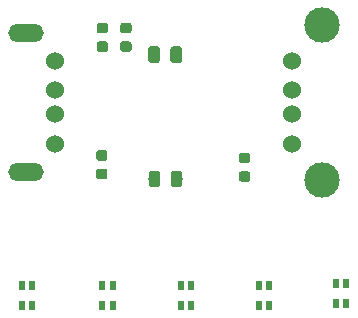
<source format=gbr>
G04 #@! TF.GenerationSoftware,KiCad,Pcbnew,(5.1.2)-1*
G04 #@! TF.CreationDate,2024-04-02T23:01:08+09:00*
G04 #@! TF.ProjectId,uf,75662e6b-6963-4616-945f-706362585858,v1.0*
G04 #@! TF.SameCoordinates,Original*
G04 #@! TF.FileFunction,Paste,Top*
G04 #@! TF.FilePolarity,Positive*
%FSLAX46Y46*%
G04 Gerber Fmt 4.6, Leading zero omitted, Abs format (unit mm)*
G04 Created by KiCad (PCBNEW (5.1.2)-1) date 2024-04-02 23:01:08*
%MOMM*%
%LPD*%
G04 APERTURE LIST*
%ADD10C,0.100000*%
%ADD11C,0.975000*%
%ADD12C,0.875000*%
%ADD13O,3.000000X1.500000*%
%ADD14C,1.524000*%
%ADD15C,3.000000*%
%ADD16C,0.510000*%
G04 APERTURE END LIST*
D10*
G36*
X144025142Y-113771174D02*
G01*
X144048803Y-113774684D01*
X144072007Y-113780496D01*
X144094529Y-113788554D01*
X144116153Y-113798782D01*
X144136670Y-113811079D01*
X144155883Y-113825329D01*
X144173607Y-113841393D01*
X144189671Y-113859117D01*
X144203921Y-113878330D01*
X144216218Y-113898847D01*
X144226446Y-113920471D01*
X144234504Y-113942993D01*
X144240316Y-113966197D01*
X144243826Y-113989858D01*
X144245000Y-114013750D01*
X144245000Y-114926250D01*
X144243826Y-114950142D01*
X144240316Y-114973803D01*
X144234504Y-114997007D01*
X144226446Y-115019529D01*
X144216218Y-115041153D01*
X144203921Y-115061670D01*
X144189671Y-115080883D01*
X144173607Y-115098607D01*
X144155883Y-115114671D01*
X144136670Y-115128921D01*
X144116153Y-115141218D01*
X144094529Y-115151446D01*
X144072007Y-115159504D01*
X144048803Y-115165316D01*
X144025142Y-115168826D01*
X144001250Y-115170000D01*
X143513750Y-115170000D01*
X143489858Y-115168826D01*
X143466197Y-115165316D01*
X143442993Y-115159504D01*
X143420471Y-115151446D01*
X143398847Y-115141218D01*
X143378330Y-115128921D01*
X143359117Y-115114671D01*
X143341393Y-115098607D01*
X143325329Y-115080883D01*
X143311079Y-115061670D01*
X143298782Y-115041153D01*
X143288554Y-115019529D01*
X143280496Y-114997007D01*
X143274684Y-114973803D01*
X143271174Y-114950142D01*
X143270000Y-114926250D01*
X143270000Y-114013750D01*
X143271174Y-113989858D01*
X143274684Y-113966197D01*
X143280496Y-113942993D01*
X143288554Y-113920471D01*
X143298782Y-113898847D01*
X143311079Y-113878330D01*
X143325329Y-113859117D01*
X143341393Y-113841393D01*
X143359117Y-113825329D01*
X143378330Y-113811079D01*
X143398847Y-113798782D01*
X143420471Y-113788554D01*
X143442993Y-113780496D01*
X143466197Y-113774684D01*
X143489858Y-113771174D01*
X143513750Y-113770000D01*
X144001250Y-113770000D01*
X144025142Y-113771174D01*
X144025142Y-113771174D01*
G37*
D11*
X143757500Y-114470000D03*
D10*
G36*
X142150142Y-113771174D02*
G01*
X142173803Y-113774684D01*
X142197007Y-113780496D01*
X142219529Y-113788554D01*
X142241153Y-113798782D01*
X142261670Y-113811079D01*
X142280883Y-113825329D01*
X142298607Y-113841393D01*
X142314671Y-113859117D01*
X142328921Y-113878330D01*
X142341218Y-113898847D01*
X142351446Y-113920471D01*
X142359504Y-113942993D01*
X142365316Y-113966197D01*
X142368826Y-113989858D01*
X142370000Y-114013750D01*
X142370000Y-114926250D01*
X142368826Y-114950142D01*
X142365316Y-114973803D01*
X142359504Y-114997007D01*
X142351446Y-115019529D01*
X142341218Y-115041153D01*
X142328921Y-115061670D01*
X142314671Y-115080883D01*
X142298607Y-115098607D01*
X142280883Y-115114671D01*
X142261670Y-115128921D01*
X142241153Y-115141218D01*
X142219529Y-115151446D01*
X142197007Y-115159504D01*
X142173803Y-115165316D01*
X142150142Y-115168826D01*
X142126250Y-115170000D01*
X141638750Y-115170000D01*
X141614858Y-115168826D01*
X141591197Y-115165316D01*
X141567993Y-115159504D01*
X141545471Y-115151446D01*
X141523847Y-115141218D01*
X141503330Y-115128921D01*
X141484117Y-115114671D01*
X141466393Y-115098607D01*
X141450329Y-115080883D01*
X141436079Y-115061670D01*
X141423782Y-115041153D01*
X141413554Y-115019529D01*
X141405496Y-114997007D01*
X141399684Y-114973803D01*
X141396174Y-114950142D01*
X141395000Y-114926250D01*
X141395000Y-114013750D01*
X141396174Y-113989858D01*
X141399684Y-113966197D01*
X141405496Y-113942993D01*
X141413554Y-113920471D01*
X141423782Y-113898847D01*
X141436079Y-113878330D01*
X141450329Y-113859117D01*
X141466393Y-113841393D01*
X141484117Y-113825329D01*
X141503330Y-113811079D01*
X141523847Y-113798782D01*
X141545471Y-113788554D01*
X141567993Y-113780496D01*
X141591197Y-113774684D01*
X141614858Y-113771174D01*
X141638750Y-113770000D01*
X142126250Y-113770000D01*
X142150142Y-113771174D01*
X142150142Y-113771174D01*
G37*
D11*
X141882500Y-114470000D03*
D10*
G36*
X139777691Y-111776053D02*
G01*
X139798926Y-111779203D01*
X139819750Y-111784419D01*
X139839962Y-111791651D01*
X139859368Y-111800830D01*
X139877781Y-111811866D01*
X139895024Y-111824654D01*
X139910930Y-111839070D01*
X139925346Y-111854976D01*
X139938134Y-111872219D01*
X139949170Y-111890632D01*
X139958349Y-111910038D01*
X139965581Y-111930250D01*
X139970797Y-111951074D01*
X139973947Y-111972309D01*
X139975000Y-111993750D01*
X139975000Y-112431250D01*
X139973947Y-112452691D01*
X139970797Y-112473926D01*
X139965581Y-112494750D01*
X139958349Y-112514962D01*
X139949170Y-112534368D01*
X139938134Y-112552781D01*
X139925346Y-112570024D01*
X139910930Y-112585930D01*
X139895024Y-112600346D01*
X139877781Y-112613134D01*
X139859368Y-112624170D01*
X139839962Y-112633349D01*
X139819750Y-112640581D01*
X139798926Y-112645797D01*
X139777691Y-112648947D01*
X139756250Y-112650000D01*
X139243750Y-112650000D01*
X139222309Y-112648947D01*
X139201074Y-112645797D01*
X139180250Y-112640581D01*
X139160038Y-112633349D01*
X139140632Y-112624170D01*
X139122219Y-112613134D01*
X139104976Y-112600346D01*
X139089070Y-112585930D01*
X139074654Y-112570024D01*
X139061866Y-112552781D01*
X139050830Y-112534368D01*
X139041651Y-112514962D01*
X139034419Y-112494750D01*
X139029203Y-112473926D01*
X139026053Y-112452691D01*
X139025000Y-112431250D01*
X139025000Y-111993750D01*
X139026053Y-111972309D01*
X139029203Y-111951074D01*
X139034419Y-111930250D01*
X139041651Y-111910038D01*
X139050830Y-111890632D01*
X139061866Y-111872219D01*
X139074654Y-111854976D01*
X139089070Y-111839070D01*
X139104976Y-111824654D01*
X139122219Y-111811866D01*
X139140632Y-111800830D01*
X139160038Y-111791651D01*
X139180250Y-111784419D01*
X139201074Y-111779203D01*
X139222309Y-111776053D01*
X139243750Y-111775000D01*
X139756250Y-111775000D01*
X139777691Y-111776053D01*
X139777691Y-111776053D01*
G37*
D12*
X139500000Y-112212500D03*
D10*
G36*
X139777691Y-113351053D02*
G01*
X139798926Y-113354203D01*
X139819750Y-113359419D01*
X139839962Y-113366651D01*
X139859368Y-113375830D01*
X139877781Y-113386866D01*
X139895024Y-113399654D01*
X139910930Y-113414070D01*
X139925346Y-113429976D01*
X139938134Y-113447219D01*
X139949170Y-113465632D01*
X139958349Y-113485038D01*
X139965581Y-113505250D01*
X139970797Y-113526074D01*
X139973947Y-113547309D01*
X139975000Y-113568750D01*
X139975000Y-114006250D01*
X139973947Y-114027691D01*
X139970797Y-114048926D01*
X139965581Y-114069750D01*
X139958349Y-114089962D01*
X139949170Y-114109368D01*
X139938134Y-114127781D01*
X139925346Y-114145024D01*
X139910930Y-114160930D01*
X139895024Y-114175346D01*
X139877781Y-114188134D01*
X139859368Y-114199170D01*
X139839962Y-114208349D01*
X139819750Y-114215581D01*
X139798926Y-114220797D01*
X139777691Y-114223947D01*
X139756250Y-114225000D01*
X139243750Y-114225000D01*
X139222309Y-114223947D01*
X139201074Y-114220797D01*
X139180250Y-114215581D01*
X139160038Y-114208349D01*
X139140632Y-114199170D01*
X139122219Y-114188134D01*
X139104976Y-114175346D01*
X139089070Y-114160930D01*
X139074654Y-114145024D01*
X139061866Y-114127781D01*
X139050830Y-114109368D01*
X139041651Y-114089962D01*
X139034419Y-114069750D01*
X139029203Y-114048926D01*
X139026053Y-114027691D01*
X139025000Y-114006250D01*
X139025000Y-113568750D01*
X139026053Y-113547309D01*
X139029203Y-113526074D01*
X139034419Y-113505250D01*
X139041651Y-113485038D01*
X139050830Y-113465632D01*
X139061866Y-113447219D01*
X139074654Y-113429976D01*
X139089070Y-113414070D01*
X139104976Y-113399654D01*
X139122219Y-113386866D01*
X139140632Y-113375830D01*
X139160038Y-113366651D01*
X139180250Y-113359419D01*
X139201074Y-113354203D01*
X139222309Y-113351053D01*
X139243750Y-113350000D01*
X139756250Y-113350000D01*
X139777691Y-113351053D01*
X139777691Y-113351053D01*
G37*
D12*
X139500000Y-113787500D03*
D10*
G36*
X142180142Y-124281174D02*
G01*
X142203803Y-124284684D01*
X142227007Y-124290496D01*
X142249529Y-124298554D01*
X142271153Y-124308782D01*
X142291670Y-124321079D01*
X142310883Y-124335329D01*
X142328607Y-124351393D01*
X142344671Y-124369117D01*
X142358921Y-124388330D01*
X142371218Y-124408847D01*
X142381446Y-124430471D01*
X142389504Y-124452993D01*
X142395316Y-124476197D01*
X142398826Y-124499858D01*
X142400000Y-124523750D01*
X142400000Y-125436250D01*
X142398826Y-125460142D01*
X142395316Y-125483803D01*
X142389504Y-125507007D01*
X142381446Y-125529529D01*
X142371218Y-125551153D01*
X142358921Y-125571670D01*
X142344671Y-125590883D01*
X142328607Y-125608607D01*
X142310883Y-125624671D01*
X142291670Y-125638921D01*
X142271153Y-125651218D01*
X142249529Y-125661446D01*
X142227007Y-125669504D01*
X142203803Y-125675316D01*
X142180142Y-125678826D01*
X142156250Y-125680000D01*
X141668750Y-125680000D01*
X141644858Y-125678826D01*
X141621197Y-125675316D01*
X141597993Y-125669504D01*
X141575471Y-125661446D01*
X141553847Y-125651218D01*
X141533330Y-125638921D01*
X141514117Y-125624671D01*
X141496393Y-125608607D01*
X141480329Y-125590883D01*
X141466079Y-125571670D01*
X141453782Y-125551153D01*
X141443554Y-125529529D01*
X141435496Y-125507007D01*
X141429684Y-125483803D01*
X141426174Y-125460142D01*
X141425000Y-125436250D01*
X141425000Y-124523750D01*
X141426174Y-124499858D01*
X141429684Y-124476197D01*
X141435496Y-124452993D01*
X141443554Y-124430471D01*
X141453782Y-124408847D01*
X141466079Y-124388330D01*
X141480329Y-124369117D01*
X141496393Y-124351393D01*
X141514117Y-124335329D01*
X141533330Y-124321079D01*
X141553847Y-124308782D01*
X141575471Y-124298554D01*
X141597993Y-124290496D01*
X141621197Y-124284684D01*
X141644858Y-124281174D01*
X141668750Y-124280000D01*
X142156250Y-124280000D01*
X142180142Y-124281174D01*
X142180142Y-124281174D01*
G37*
D11*
X141912500Y-124980000D03*
D10*
G36*
X144055142Y-124281174D02*
G01*
X144078803Y-124284684D01*
X144102007Y-124290496D01*
X144124529Y-124298554D01*
X144146153Y-124308782D01*
X144166670Y-124321079D01*
X144185883Y-124335329D01*
X144203607Y-124351393D01*
X144219671Y-124369117D01*
X144233921Y-124388330D01*
X144246218Y-124408847D01*
X144256446Y-124430471D01*
X144264504Y-124452993D01*
X144270316Y-124476197D01*
X144273826Y-124499858D01*
X144275000Y-124523750D01*
X144275000Y-125436250D01*
X144273826Y-125460142D01*
X144270316Y-125483803D01*
X144264504Y-125507007D01*
X144256446Y-125529529D01*
X144246218Y-125551153D01*
X144233921Y-125571670D01*
X144219671Y-125590883D01*
X144203607Y-125608607D01*
X144185883Y-125624671D01*
X144166670Y-125638921D01*
X144146153Y-125651218D01*
X144124529Y-125661446D01*
X144102007Y-125669504D01*
X144078803Y-125675316D01*
X144055142Y-125678826D01*
X144031250Y-125680000D01*
X143543750Y-125680000D01*
X143519858Y-125678826D01*
X143496197Y-125675316D01*
X143472993Y-125669504D01*
X143450471Y-125661446D01*
X143428847Y-125651218D01*
X143408330Y-125638921D01*
X143389117Y-125624671D01*
X143371393Y-125608607D01*
X143355329Y-125590883D01*
X143341079Y-125571670D01*
X143328782Y-125551153D01*
X143318554Y-125529529D01*
X143310496Y-125507007D01*
X143304684Y-125483803D01*
X143301174Y-125460142D01*
X143300000Y-125436250D01*
X143300000Y-124523750D01*
X143301174Y-124499858D01*
X143304684Y-124476197D01*
X143310496Y-124452993D01*
X143318554Y-124430471D01*
X143328782Y-124408847D01*
X143341079Y-124388330D01*
X143355329Y-124369117D01*
X143371393Y-124351393D01*
X143389117Y-124335329D01*
X143408330Y-124321079D01*
X143428847Y-124308782D01*
X143450471Y-124298554D01*
X143472993Y-124290496D01*
X143496197Y-124284684D01*
X143519858Y-124281174D01*
X143543750Y-124280000D01*
X144031250Y-124280000D01*
X144055142Y-124281174D01*
X144055142Y-124281174D01*
G37*
D11*
X143787500Y-124980000D03*
D10*
G36*
X137777691Y-111776053D02*
G01*
X137798926Y-111779203D01*
X137819750Y-111784419D01*
X137839962Y-111791651D01*
X137859368Y-111800830D01*
X137877781Y-111811866D01*
X137895024Y-111824654D01*
X137910930Y-111839070D01*
X137925346Y-111854976D01*
X137938134Y-111872219D01*
X137949170Y-111890632D01*
X137958349Y-111910038D01*
X137965581Y-111930250D01*
X137970797Y-111951074D01*
X137973947Y-111972309D01*
X137975000Y-111993750D01*
X137975000Y-112431250D01*
X137973947Y-112452691D01*
X137970797Y-112473926D01*
X137965581Y-112494750D01*
X137958349Y-112514962D01*
X137949170Y-112534368D01*
X137938134Y-112552781D01*
X137925346Y-112570024D01*
X137910930Y-112585930D01*
X137895024Y-112600346D01*
X137877781Y-112613134D01*
X137859368Y-112624170D01*
X137839962Y-112633349D01*
X137819750Y-112640581D01*
X137798926Y-112645797D01*
X137777691Y-112648947D01*
X137756250Y-112650000D01*
X137243750Y-112650000D01*
X137222309Y-112648947D01*
X137201074Y-112645797D01*
X137180250Y-112640581D01*
X137160038Y-112633349D01*
X137140632Y-112624170D01*
X137122219Y-112613134D01*
X137104976Y-112600346D01*
X137089070Y-112585930D01*
X137074654Y-112570024D01*
X137061866Y-112552781D01*
X137050830Y-112534368D01*
X137041651Y-112514962D01*
X137034419Y-112494750D01*
X137029203Y-112473926D01*
X137026053Y-112452691D01*
X137025000Y-112431250D01*
X137025000Y-111993750D01*
X137026053Y-111972309D01*
X137029203Y-111951074D01*
X137034419Y-111930250D01*
X137041651Y-111910038D01*
X137050830Y-111890632D01*
X137061866Y-111872219D01*
X137074654Y-111854976D01*
X137089070Y-111839070D01*
X137104976Y-111824654D01*
X137122219Y-111811866D01*
X137140632Y-111800830D01*
X137160038Y-111791651D01*
X137180250Y-111784419D01*
X137201074Y-111779203D01*
X137222309Y-111776053D01*
X137243750Y-111775000D01*
X137756250Y-111775000D01*
X137777691Y-111776053D01*
X137777691Y-111776053D01*
G37*
D12*
X137500000Y-112212500D03*
D10*
G36*
X137777691Y-113351053D02*
G01*
X137798926Y-113354203D01*
X137819750Y-113359419D01*
X137839962Y-113366651D01*
X137859368Y-113375830D01*
X137877781Y-113386866D01*
X137895024Y-113399654D01*
X137910930Y-113414070D01*
X137925346Y-113429976D01*
X137938134Y-113447219D01*
X137949170Y-113465632D01*
X137958349Y-113485038D01*
X137965581Y-113505250D01*
X137970797Y-113526074D01*
X137973947Y-113547309D01*
X137975000Y-113568750D01*
X137975000Y-114006250D01*
X137973947Y-114027691D01*
X137970797Y-114048926D01*
X137965581Y-114069750D01*
X137958349Y-114089962D01*
X137949170Y-114109368D01*
X137938134Y-114127781D01*
X137925346Y-114145024D01*
X137910930Y-114160930D01*
X137895024Y-114175346D01*
X137877781Y-114188134D01*
X137859368Y-114199170D01*
X137839962Y-114208349D01*
X137819750Y-114215581D01*
X137798926Y-114220797D01*
X137777691Y-114223947D01*
X137756250Y-114225000D01*
X137243750Y-114225000D01*
X137222309Y-114223947D01*
X137201074Y-114220797D01*
X137180250Y-114215581D01*
X137160038Y-114208349D01*
X137140632Y-114199170D01*
X137122219Y-114188134D01*
X137104976Y-114175346D01*
X137089070Y-114160930D01*
X137074654Y-114145024D01*
X137061866Y-114127781D01*
X137050830Y-114109368D01*
X137041651Y-114089962D01*
X137034419Y-114069750D01*
X137029203Y-114048926D01*
X137026053Y-114027691D01*
X137025000Y-114006250D01*
X137025000Y-113568750D01*
X137026053Y-113547309D01*
X137029203Y-113526074D01*
X137034419Y-113505250D01*
X137041651Y-113485038D01*
X137050830Y-113465632D01*
X137061866Y-113447219D01*
X137074654Y-113429976D01*
X137089070Y-113414070D01*
X137104976Y-113399654D01*
X137122219Y-113386866D01*
X137140632Y-113375830D01*
X137160038Y-113366651D01*
X137180250Y-113359419D01*
X137201074Y-113354203D01*
X137222309Y-113351053D01*
X137243750Y-113350000D01*
X137756250Y-113350000D01*
X137777691Y-113351053D01*
X137777691Y-113351053D01*
G37*
D12*
X137500000Y-113787500D03*
D13*
X131060000Y-124400000D03*
X131060000Y-112600000D03*
D14*
X133460000Y-115000000D03*
X133460000Y-117500000D03*
X133460000Y-119500000D03*
X133460000Y-122000000D03*
D15*
X156140000Y-111930000D03*
X156140000Y-125070000D03*
D14*
X153540000Y-115000000D03*
X153540000Y-117500000D03*
X153540000Y-119500000D03*
X153540000Y-122000000D03*
D10*
G36*
X158366999Y-133465123D02*
G01*
X158369475Y-133465490D01*
X158371902Y-133466098D01*
X158374258Y-133466941D01*
X158376521Y-133468011D01*
X158378667Y-133469298D01*
X158380677Y-133470788D01*
X158382531Y-133472469D01*
X158384212Y-133474323D01*
X158385702Y-133476333D01*
X158386989Y-133478479D01*
X158388059Y-133480742D01*
X158388902Y-133483098D01*
X158389510Y-133485525D01*
X158389877Y-133488001D01*
X158390000Y-133490500D01*
X158390000Y-134199500D01*
X158389877Y-134201999D01*
X158389510Y-134204475D01*
X158388902Y-134206902D01*
X158388059Y-134209258D01*
X158386989Y-134211521D01*
X158385702Y-134213667D01*
X158384212Y-134215677D01*
X158382531Y-134217531D01*
X158380677Y-134219212D01*
X158378667Y-134220702D01*
X158376521Y-134221989D01*
X158374258Y-134223059D01*
X158371902Y-134223902D01*
X158369475Y-134224510D01*
X158366999Y-134224877D01*
X158364500Y-134225000D01*
X157905500Y-134225000D01*
X157903001Y-134224877D01*
X157900525Y-134224510D01*
X157898098Y-134223902D01*
X157895742Y-134223059D01*
X157893479Y-134221989D01*
X157891333Y-134220702D01*
X157889323Y-134219212D01*
X157887469Y-134217531D01*
X157885788Y-134215677D01*
X157884298Y-134213667D01*
X157883011Y-134211521D01*
X157881941Y-134209258D01*
X157881098Y-134206902D01*
X157880490Y-134204475D01*
X157880123Y-134201999D01*
X157880000Y-134199500D01*
X157880000Y-133490500D01*
X157880123Y-133488001D01*
X157880490Y-133485525D01*
X157881098Y-133483098D01*
X157881941Y-133480742D01*
X157883011Y-133478479D01*
X157884298Y-133476333D01*
X157885788Y-133474323D01*
X157887469Y-133472469D01*
X157889323Y-133470788D01*
X157891333Y-133469298D01*
X157893479Y-133468011D01*
X157895742Y-133466941D01*
X157898098Y-133466098D01*
X157900525Y-133465490D01*
X157903001Y-133465123D01*
X157905500Y-133465000D01*
X158364500Y-133465000D01*
X158366999Y-133465123D01*
X158366999Y-133465123D01*
G37*
D16*
X158135000Y-133845000D03*
D10*
G36*
X158366999Y-135135123D02*
G01*
X158369475Y-135135490D01*
X158371902Y-135136098D01*
X158374258Y-135136941D01*
X158376521Y-135138011D01*
X158378667Y-135139298D01*
X158380677Y-135140788D01*
X158382531Y-135142469D01*
X158384212Y-135144323D01*
X158385702Y-135146333D01*
X158386989Y-135148479D01*
X158388059Y-135150742D01*
X158388902Y-135153098D01*
X158389510Y-135155525D01*
X158389877Y-135158001D01*
X158390000Y-135160500D01*
X158390000Y-135869500D01*
X158389877Y-135871999D01*
X158389510Y-135874475D01*
X158388902Y-135876902D01*
X158388059Y-135879258D01*
X158386989Y-135881521D01*
X158385702Y-135883667D01*
X158384212Y-135885677D01*
X158382531Y-135887531D01*
X158380677Y-135889212D01*
X158378667Y-135890702D01*
X158376521Y-135891989D01*
X158374258Y-135893059D01*
X158371902Y-135893902D01*
X158369475Y-135894510D01*
X158366999Y-135894877D01*
X158364500Y-135895000D01*
X157905500Y-135895000D01*
X157903001Y-135894877D01*
X157900525Y-135894510D01*
X157898098Y-135893902D01*
X157895742Y-135893059D01*
X157893479Y-135891989D01*
X157891333Y-135890702D01*
X157889323Y-135889212D01*
X157887469Y-135887531D01*
X157885788Y-135885677D01*
X157884298Y-135883667D01*
X157883011Y-135881521D01*
X157881941Y-135879258D01*
X157881098Y-135876902D01*
X157880490Y-135874475D01*
X157880123Y-135871999D01*
X157880000Y-135869500D01*
X157880000Y-135160500D01*
X157880123Y-135158001D01*
X157880490Y-135155525D01*
X157881098Y-135153098D01*
X157881941Y-135150742D01*
X157883011Y-135148479D01*
X157884298Y-135146333D01*
X157885788Y-135144323D01*
X157887469Y-135142469D01*
X157889323Y-135140788D01*
X157891333Y-135139298D01*
X157893479Y-135138011D01*
X157895742Y-135136941D01*
X157898098Y-135136098D01*
X157900525Y-135135490D01*
X157903001Y-135135123D01*
X157905500Y-135135000D01*
X158364500Y-135135000D01*
X158366999Y-135135123D01*
X158366999Y-135135123D01*
G37*
D16*
X158135000Y-135515000D03*
D10*
G36*
X157496999Y-135135123D02*
G01*
X157499475Y-135135490D01*
X157501902Y-135136098D01*
X157504258Y-135136941D01*
X157506521Y-135138011D01*
X157508667Y-135139298D01*
X157510677Y-135140788D01*
X157512531Y-135142469D01*
X157514212Y-135144323D01*
X157515702Y-135146333D01*
X157516989Y-135148479D01*
X157518059Y-135150742D01*
X157518902Y-135153098D01*
X157519510Y-135155525D01*
X157519877Y-135158001D01*
X157520000Y-135160500D01*
X157520000Y-135869500D01*
X157519877Y-135871999D01*
X157519510Y-135874475D01*
X157518902Y-135876902D01*
X157518059Y-135879258D01*
X157516989Y-135881521D01*
X157515702Y-135883667D01*
X157514212Y-135885677D01*
X157512531Y-135887531D01*
X157510677Y-135889212D01*
X157508667Y-135890702D01*
X157506521Y-135891989D01*
X157504258Y-135893059D01*
X157501902Y-135893902D01*
X157499475Y-135894510D01*
X157496999Y-135894877D01*
X157494500Y-135895000D01*
X157035500Y-135895000D01*
X157033001Y-135894877D01*
X157030525Y-135894510D01*
X157028098Y-135893902D01*
X157025742Y-135893059D01*
X157023479Y-135891989D01*
X157021333Y-135890702D01*
X157019323Y-135889212D01*
X157017469Y-135887531D01*
X157015788Y-135885677D01*
X157014298Y-135883667D01*
X157013011Y-135881521D01*
X157011941Y-135879258D01*
X157011098Y-135876902D01*
X157010490Y-135874475D01*
X157010123Y-135871999D01*
X157010000Y-135869500D01*
X157010000Y-135160500D01*
X157010123Y-135158001D01*
X157010490Y-135155525D01*
X157011098Y-135153098D01*
X157011941Y-135150742D01*
X157013011Y-135148479D01*
X157014298Y-135146333D01*
X157015788Y-135144323D01*
X157017469Y-135142469D01*
X157019323Y-135140788D01*
X157021333Y-135139298D01*
X157023479Y-135138011D01*
X157025742Y-135136941D01*
X157028098Y-135136098D01*
X157030525Y-135135490D01*
X157033001Y-135135123D01*
X157035500Y-135135000D01*
X157494500Y-135135000D01*
X157496999Y-135135123D01*
X157496999Y-135135123D01*
G37*
D16*
X157265000Y-135515000D03*
D10*
G36*
X157496999Y-133465123D02*
G01*
X157499475Y-133465490D01*
X157501902Y-133466098D01*
X157504258Y-133466941D01*
X157506521Y-133468011D01*
X157508667Y-133469298D01*
X157510677Y-133470788D01*
X157512531Y-133472469D01*
X157514212Y-133474323D01*
X157515702Y-133476333D01*
X157516989Y-133478479D01*
X157518059Y-133480742D01*
X157518902Y-133483098D01*
X157519510Y-133485525D01*
X157519877Y-133488001D01*
X157520000Y-133490500D01*
X157520000Y-134199500D01*
X157519877Y-134201999D01*
X157519510Y-134204475D01*
X157518902Y-134206902D01*
X157518059Y-134209258D01*
X157516989Y-134211521D01*
X157515702Y-134213667D01*
X157514212Y-134215677D01*
X157512531Y-134217531D01*
X157510677Y-134219212D01*
X157508667Y-134220702D01*
X157506521Y-134221989D01*
X157504258Y-134223059D01*
X157501902Y-134223902D01*
X157499475Y-134224510D01*
X157496999Y-134224877D01*
X157494500Y-134225000D01*
X157035500Y-134225000D01*
X157033001Y-134224877D01*
X157030525Y-134224510D01*
X157028098Y-134223902D01*
X157025742Y-134223059D01*
X157023479Y-134221989D01*
X157021333Y-134220702D01*
X157019323Y-134219212D01*
X157017469Y-134217531D01*
X157015788Y-134215677D01*
X157014298Y-134213667D01*
X157013011Y-134211521D01*
X157011941Y-134209258D01*
X157011098Y-134206902D01*
X157010490Y-134204475D01*
X157010123Y-134201999D01*
X157010000Y-134199500D01*
X157010000Y-133490500D01*
X157010123Y-133488001D01*
X157010490Y-133485525D01*
X157011098Y-133483098D01*
X157011941Y-133480742D01*
X157013011Y-133478479D01*
X157014298Y-133476333D01*
X157015788Y-133474323D01*
X157017469Y-133472469D01*
X157019323Y-133470788D01*
X157021333Y-133469298D01*
X157023479Y-133468011D01*
X157025742Y-133466941D01*
X157028098Y-133466098D01*
X157030525Y-133465490D01*
X157033001Y-133465123D01*
X157035500Y-133465000D01*
X157494500Y-133465000D01*
X157496999Y-133465123D01*
X157496999Y-133465123D01*
G37*
D16*
X157265000Y-133845000D03*
D10*
G36*
X151856999Y-133645123D02*
G01*
X151859475Y-133645490D01*
X151861902Y-133646098D01*
X151864258Y-133646941D01*
X151866521Y-133648011D01*
X151868667Y-133649298D01*
X151870677Y-133650788D01*
X151872531Y-133652469D01*
X151874212Y-133654323D01*
X151875702Y-133656333D01*
X151876989Y-133658479D01*
X151878059Y-133660742D01*
X151878902Y-133663098D01*
X151879510Y-133665525D01*
X151879877Y-133668001D01*
X151880000Y-133670500D01*
X151880000Y-134379500D01*
X151879877Y-134381999D01*
X151879510Y-134384475D01*
X151878902Y-134386902D01*
X151878059Y-134389258D01*
X151876989Y-134391521D01*
X151875702Y-134393667D01*
X151874212Y-134395677D01*
X151872531Y-134397531D01*
X151870677Y-134399212D01*
X151868667Y-134400702D01*
X151866521Y-134401989D01*
X151864258Y-134403059D01*
X151861902Y-134403902D01*
X151859475Y-134404510D01*
X151856999Y-134404877D01*
X151854500Y-134405000D01*
X151395500Y-134405000D01*
X151393001Y-134404877D01*
X151390525Y-134404510D01*
X151388098Y-134403902D01*
X151385742Y-134403059D01*
X151383479Y-134401989D01*
X151381333Y-134400702D01*
X151379323Y-134399212D01*
X151377469Y-134397531D01*
X151375788Y-134395677D01*
X151374298Y-134393667D01*
X151373011Y-134391521D01*
X151371941Y-134389258D01*
X151371098Y-134386902D01*
X151370490Y-134384475D01*
X151370123Y-134381999D01*
X151370000Y-134379500D01*
X151370000Y-133670500D01*
X151370123Y-133668001D01*
X151370490Y-133665525D01*
X151371098Y-133663098D01*
X151371941Y-133660742D01*
X151373011Y-133658479D01*
X151374298Y-133656333D01*
X151375788Y-133654323D01*
X151377469Y-133652469D01*
X151379323Y-133650788D01*
X151381333Y-133649298D01*
X151383479Y-133648011D01*
X151385742Y-133646941D01*
X151388098Y-133646098D01*
X151390525Y-133645490D01*
X151393001Y-133645123D01*
X151395500Y-133645000D01*
X151854500Y-133645000D01*
X151856999Y-133645123D01*
X151856999Y-133645123D01*
G37*
D16*
X151625000Y-134025000D03*
D10*
G36*
X151856999Y-135315123D02*
G01*
X151859475Y-135315490D01*
X151861902Y-135316098D01*
X151864258Y-135316941D01*
X151866521Y-135318011D01*
X151868667Y-135319298D01*
X151870677Y-135320788D01*
X151872531Y-135322469D01*
X151874212Y-135324323D01*
X151875702Y-135326333D01*
X151876989Y-135328479D01*
X151878059Y-135330742D01*
X151878902Y-135333098D01*
X151879510Y-135335525D01*
X151879877Y-135338001D01*
X151880000Y-135340500D01*
X151880000Y-136049500D01*
X151879877Y-136051999D01*
X151879510Y-136054475D01*
X151878902Y-136056902D01*
X151878059Y-136059258D01*
X151876989Y-136061521D01*
X151875702Y-136063667D01*
X151874212Y-136065677D01*
X151872531Y-136067531D01*
X151870677Y-136069212D01*
X151868667Y-136070702D01*
X151866521Y-136071989D01*
X151864258Y-136073059D01*
X151861902Y-136073902D01*
X151859475Y-136074510D01*
X151856999Y-136074877D01*
X151854500Y-136075000D01*
X151395500Y-136075000D01*
X151393001Y-136074877D01*
X151390525Y-136074510D01*
X151388098Y-136073902D01*
X151385742Y-136073059D01*
X151383479Y-136071989D01*
X151381333Y-136070702D01*
X151379323Y-136069212D01*
X151377469Y-136067531D01*
X151375788Y-136065677D01*
X151374298Y-136063667D01*
X151373011Y-136061521D01*
X151371941Y-136059258D01*
X151371098Y-136056902D01*
X151370490Y-136054475D01*
X151370123Y-136051999D01*
X151370000Y-136049500D01*
X151370000Y-135340500D01*
X151370123Y-135338001D01*
X151370490Y-135335525D01*
X151371098Y-135333098D01*
X151371941Y-135330742D01*
X151373011Y-135328479D01*
X151374298Y-135326333D01*
X151375788Y-135324323D01*
X151377469Y-135322469D01*
X151379323Y-135320788D01*
X151381333Y-135319298D01*
X151383479Y-135318011D01*
X151385742Y-135316941D01*
X151388098Y-135316098D01*
X151390525Y-135315490D01*
X151393001Y-135315123D01*
X151395500Y-135315000D01*
X151854500Y-135315000D01*
X151856999Y-135315123D01*
X151856999Y-135315123D01*
G37*
D16*
X151625000Y-135695000D03*
D10*
G36*
X150986999Y-135315123D02*
G01*
X150989475Y-135315490D01*
X150991902Y-135316098D01*
X150994258Y-135316941D01*
X150996521Y-135318011D01*
X150998667Y-135319298D01*
X151000677Y-135320788D01*
X151002531Y-135322469D01*
X151004212Y-135324323D01*
X151005702Y-135326333D01*
X151006989Y-135328479D01*
X151008059Y-135330742D01*
X151008902Y-135333098D01*
X151009510Y-135335525D01*
X151009877Y-135338001D01*
X151010000Y-135340500D01*
X151010000Y-136049500D01*
X151009877Y-136051999D01*
X151009510Y-136054475D01*
X151008902Y-136056902D01*
X151008059Y-136059258D01*
X151006989Y-136061521D01*
X151005702Y-136063667D01*
X151004212Y-136065677D01*
X151002531Y-136067531D01*
X151000677Y-136069212D01*
X150998667Y-136070702D01*
X150996521Y-136071989D01*
X150994258Y-136073059D01*
X150991902Y-136073902D01*
X150989475Y-136074510D01*
X150986999Y-136074877D01*
X150984500Y-136075000D01*
X150525500Y-136075000D01*
X150523001Y-136074877D01*
X150520525Y-136074510D01*
X150518098Y-136073902D01*
X150515742Y-136073059D01*
X150513479Y-136071989D01*
X150511333Y-136070702D01*
X150509323Y-136069212D01*
X150507469Y-136067531D01*
X150505788Y-136065677D01*
X150504298Y-136063667D01*
X150503011Y-136061521D01*
X150501941Y-136059258D01*
X150501098Y-136056902D01*
X150500490Y-136054475D01*
X150500123Y-136051999D01*
X150500000Y-136049500D01*
X150500000Y-135340500D01*
X150500123Y-135338001D01*
X150500490Y-135335525D01*
X150501098Y-135333098D01*
X150501941Y-135330742D01*
X150503011Y-135328479D01*
X150504298Y-135326333D01*
X150505788Y-135324323D01*
X150507469Y-135322469D01*
X150509323Y-135320788D01*
X150511333Y-135319298D01*
X150513479Y-135318011D01*
X150515742Y-135316941D01*
X150518098Y-135316098D01*
X150520525Y-135315490D01*
X150523001Y-135315123D01*
X150525500Y-135315000D01*
X150984500Y-135315000D01*
X150986999Y-135315123D01*
X150986999Y-135315123D01*
G37*
D16*
X150755000Y-135695000D03*
D10*
G36*
X150986999Y-133645123D02*
G01*
X150989475Y-133645490D01*
X150991902Y-133646098D01*
X150994258Y-133646941D01*
X150996521Y-133648011D01*
X150998667Y-133649298D01*
X151000677Y-133650788D01*
X151002531Y-133652469D01*
X151004212Y-133654323D01*
X151005702Y-133656333D01*
X151006989Y-133658479D01*
X151008059Y-133660742D01*
X151008902Y-133663098D01*
X151009510Y-133665525D01*
X151009877Y-133668001D01*
X151010000Y-133670500D01*
X151010000Y-134379500D01*
X151009877Y-134381999D01*
X151009510Y-134384475D01*
X151008902Y-134386902D01*
X151008059Y-134389258D01*
X151006989Y-134391521D01*
X151005702Y-134393667D01*
X151004212Y-134395677D01*
X151002531Y-134397531D01*
X151000677Y-134399212D01*
X150998667Y-134400702D01*
X150996521Y-134401989D01*
X150994258Y-134403059D01*
X150991902Y-134403902D01*
X150989475Y-134404510D01*
X150986999Y-134404877D01*
X150984500Y-134405000D01*
X150525500Y-134405000D01*
X150523001Y-134404877D01*
X150520525Y-134404510D01*
X150518098Y-134403902D01*
X150515742Y-134403059D01*
X150513479Y-134401989D01*
X150511333Y-134400702D01*
X150509323Y-134399212D01*
X150507469Y-134397531D01*
X150505788Y-134395677D01*
X150504298Y-134393667D01*
X150503011Y-134391521D01*
X150501941Y-134389258D01*
X150501098Y-134386902D01*
X150500490Y-134384475D01*
X150500123Y-134381999D01*
X150500000Y-134379500D01*
X150500000Y-133670500D01*
X150500123Y-133668001D01*
X150500490Y-133665525D01*
X150501098Y-133663098D01*
X150501941Y-133660742D01*
X150503011Y-133658479D01*
X150504298Y-133656333D01*
X150505788Y-133654323D01*
X150507469Y-133652469D01*
X150509323Y-133650788D01*
X150511333Y-133649298D01*
X150513479Y-133648011D01*
X150515742Y-133646941D01*
X150518098Y-133646098D01*
X150520525Y-133645490D01*
X150523001Y-133645123D01*
X150525500Y-133645000D01*
X150984500Y-133645000D01*
X150986999Y-133645123D01*
X150986999Y-133645123D01*
G37*
D16*
X150755000Y-134025000D03*
D10*
G36*
X145246999Y-133645123D02*
G01*
X145249475Y-133645490D01*
X145251902Y-133646098D01*
X145254258Y-133646941D01*
X145256521Y-133648011D01*
X145258667Y-133649298D01*
X145260677Y-133650788D01*
X145262531Y-133652469D01*
X145264212Y-133654323D01*
X145265702Y-133656333D01*
X145266989Y-133658479D01*
X145268059Y-133660742D01*
X145268902Y-133663098D01*
X145269510Y-133665525D01*
X145269877Y-133668001D01*
X145270000Y-133670500D01*
X145270000Y-134379500D01*
X145269877Y-134381999D01*
X145269510Y-134384475D01*
X145268902Y-134386902D01*
X145268059Y-134389258D01*
X145266989Y-134391521D01*
X145265702Y-134393667D01*
X145264212Y-134395677D01*
X145262531Y-134397531D01*
X145260677Y-134399212D01*
X145258667Y-134400702D01*
X145256521Y-134401989D01*
X145254258Y-134403059D01*
X145251902Y-134403902D01*
X145249475Y-134404510D01*
X145246999Y-134404877D01*
X145244500Y-134405000D01*
X144785500Y-134405000D01*
X144783001Y-134404877D01*
X144780525Y-134404510D01*
X144778098Y-134403902D01*
X144775742Y-134403059D01*
X144773479Y-134401989D01*
X144771333Y-134400702D01*
X144769323Y-134399212D01*
X144767469Y-134397531D01*
X144765788Y-134395677D01*
X144764298Y-134393667D01*
X144763011Y-134391521D01*
X144761941Y-134389258D01*
X144761098Y-134386902D01*
X144760490Y-134384475D01*
X144760123Y-134381999D01*
X144760000Y-134379500D01*
X144760000Y-133670500D01*
X144760123Y-133668001D01*
X144760490Y-133665525D01*
X144761098Y-133663098D01*
X144761941Y-133660742D01*
X144763011Y-133658479D01*
X144764298Y-133656333D01*
X144765788Y-133654323D01*
X144767469Y-133652469D01*
X144769323Y-133650788D01*
X144771333Y-133649298D01*
X144773479Y-133648011D01*
X144775742Y-133646941D01*
X144778098Y-133646098D01*
X144780525Y-133645490D01*
X144783001Y-133645123D01*
X144785500Y-133645000D01*
X145244500Y-133645000D01*
X145246999Y-133645123D01*
X145246999Y-133645123D01*
G37*
D16*
X145015000Y-134025000D03*
D10*
G36*
X145246999Y-135315123D02*
G01*
X145249475Y-135315490D01*
X145251902Y-135316098D01*
X145254258Y-135316941D01*
X145256521Y-135318011D01*
X145258667Y-135319298D01*
X145260677Y-135320788D01*
X145262531Y-135322469D01*
X145264212Y-135324323D01*
X145265702Y-135326333D01*
X145266989Y-135328479D01*
X145268059Y-135330742D01*
X145268902Y-135333098D01*
X145269510Y-135335525D01*
X145269877Y-135338001D01*
X145270000Y-135340500D01*
X145270000Y-136049500D01*
X145269877Y-136051999D01*
X145269510Y-136054475D01*
X145268902Y-136056902D01*
X145268059Y-136059258D01*
X145266989Y-136061521D01*
X145265702Y-136063667D01*
X145264212Y-136065677D01*
X145262531Y-136067531D01*
X145260677Y-136069212D01*
X145258667Y-136070702D01*
X145256521Y-136071989D01*
X145254258Y-136073059D01*
X145251902Y-136073902D01*
X145249475Y-136074510D01*
X145246999Y-136074877D01*
X145244500Y-136075000D01*
X144785500Y-136075000D01*
X144783001Y-136074877D01*
X144780525Y-136074510D01*
X144778098Y-136073902D01*
X144775742Y-136073059D01*
X144773479Y-136071989D01*
X144771333Y-136070702D01*
X144769323Y-136069212D01*
X144767469Y-136067531D01*
X144765788Y-136065677D01*
X144764298Y-136063667D01*
X144763011Y-136061521D01*
X144761941Y-136059258D01*
X144761098Y-136056902D01*
X144760490Y-136054475D01*
X144760123Y-136051999D01*
X144760000Y-136049500D01*
X144760000Y-135340500D01*
X144760123Y-135338001D01*
X144760490Y-135335525D01*
X144761098Y-135333098D01*
X144761941Y-135330742D01*
X144763011Y-135328479D01*
X144764298Y-135326333D01*
X144765788Y-135324323D01*
X144767469Y-135322469D01*
X144769323Y-135320788D01*
X144771333Y-135319298D01*
X144773479Y-135318011D01*
X144775742Y-135316941D01*
X144778098Y-135316098D01*
X144780525Y-135315490D01*
X144783001Y-135315123D01*
X144785500Y-135315000D01*
X145244500Y-135315000D01*
X145246999Y-135315123D01*
X145246999Y-135315123D01*
G37*
D16*
X145015000Y-135695000D03*
D10*
G36*
X144376999Y-135315123D02*
G01*
X144379475Y-135315490D01*
X144381902Y-135316098D01*
X144384258Y-135316941D01*
X144386521Y-135318011D01*
X144388667Y-135319298D01*
X144390677Y-135320788D01*
X144392531Y-135322469D01*
X144394212Y-135324323D01*
X144395702Y-135326333D01*
X144396989Y-135328479D01*
X144398059Y-135330742D01*
X144398902Y-135333098D01*
X144399510Y-135335525D01*
X144399877Y-135338001D01*
X144400000Y-135340500D01*
X144400000Y-136049500D01*
X144399877Y-136051999D01*
X144399510Y-136054475D01*
X144398902Y-136056902D01*
X144398059Y-136059258D01*
X144396989Y-136061521D01*
X144395702Y-136063667D01*
X144394212Y-136065677D01*
X144392531Y-136067531D01*
X144390677Y-136069212D01*
X144388667Y-136070702D01*
X144386521Y-136071989D01*
X144384258Y-136073059D01*
X144381902Y-136073902D01*
X144379475Y-136074510D01*
X144376999Y-136074877D01*
X144374500Y-136075000D01*
X143915500Y-136075000D01*
X143913001Y-136074877D01*
X143910525Y-136074510D01*
X143908098Y-136073902D01*
X143905742Y-136073059D01*
X143903479Y-136071989D01*
X143901333Y-136070702D01*
X143899323Y-136069212D01*
X143897469Y-136067531D01*
X143895788Y-136065677D01*
X143894298Y-136063667D01*
X143893011Y-136061521D01*
X143891941Y-136059258D01*
X143891098Y-136056902D01*
X143890490Y-136054475D01*
X143890123Y-136051999D01*
X143890000Y-136049500D01*
X143890000Y-135340500D01*
X143890123Y-135338001D01*
X143890490Y-135335525D01*
X143891098Y-135333098D01*
X143891941Y-135330742D01*
X143893011Y-135328479D01*
X143894298Y-135326333D01*
X143895788Y-135324323D01*
X143897469Y-135322469D01*
X143899323Y-135320788D01*
X143901333Y-135319298D01*
X143903479Y-135318011D01*
X143905742Y-135316941D01*
X143908098Y-135316098D01*
X143910525Y-135315490D01*
X143913001Y-135315123D01*
X143915500Y-135315000D01*
X144374500Y-135315000D01*
X144376999Y-135315123D01*
X144376999Y-135315123D01*
G37*
D16*
X144145000Y-135695000D03*
D10*
G36*
X144376999Y-133645123D02*
G01*
X144379475Y-133645490D01*
X144381902Y-133646098D01*
X144384258Y-133646941D01*
X144386521Y-133648011D01*
X144388667Y-133649298D01*
X144390677Y-133650788D01*
X144392531Y-133652469D01*
X144394212Y-133654323D01*
X144395702Y-133656333D01*
X144396989Y-133658479D01*
X144398059Y-133660742D01*
X144398902Y-133663098D01*
X144399510Y-133665525D01*
X144399877Y-133668001D01*
X144400000Y-133670500D01*
X144400000Y-134379500D01*
X144399877Y-134381999D01*
X144399510Y-134384475D01*
X144398902Y-134386902D01*
X144398059Y-134389258D01*
X144396989Y-134391521D01*
X144395702Y-134393667D01*
X144394212Y-134395677D01*
X144392531Y-134397531D01*
X144390677Y-134399212D01*
X144388667Y-134400702D01*
X144386521Y-134401989D01*
X144384258Y-134403059D01*
X144381902Y-134403902D01*
X144379475Y-134404510D01*
X144376999Y-134404877D01*
X144374500Y-134405000D01*
X143915500Y-134405000D01*
X143913001Y-134404877D01*
X143910525Y-134404510D01*
X143908098Y-134403902D01*
X143905742Y-134403059D01*
X143903479Y-134401989D01*
X143901333Y-134400702D01*
X143899323Y-134399212D01*
X143897469Y-134397531D01*
X143895788Y-134395677D01*
X143894298Y-134393667D01*
X143893011Y-134391521D01*
X143891941Y-134389258D01*
X143891098Y-134386902D01*
X143890490Y-134384475D01*
X143890123Y-134381999D01*
X143890000Y-134379500D01*
X143890000Y-133670500D01*
X143890123Y-133668001D01*
X143890490Y-133665525D01*
X143891098Y-133663098D01*
X143891941Y-133660742D01*
X143893011Y-133658479D01*
X143894298Y-133656333D01*
X143895788Y-133654323D01*
X143897469Y-133652469D01*
X143899323Y-133650788D01*
X143901333Y-133649298D01*
X143903479Y-133648011D01*
X143905742Y-133646941D01*
X143908098Y-133646098D01*
X143910525Y-133645490D01*
X143913001Y-133645123D01*
X143915500Y-133645000D01*
X144374500Y-133645000D01*
X144376999Y-133645123D01*
X144376999Y-133645123D01*
G37*
D16*
X144145000Y-134025000D03*
D10*
G36*
X138606999Y-133645123D02*
G01*
X138609475Y-133645490D01*
X138611902Y-133646098D01*
X138614258Y-133646941D01*
X138616521Y-133648011D01*
X138618667Y-133649298D01*
X138620677Y-133650788D01*
X138622531Y-133652469D01*
X138624212Y-133654323D01*
X138625702Y-133656333D01*
X138626989Y-133658479D01*
X138628059Y-133660742D01*
X138628902Y-133663098D01*
X138629510Y-133665525D01*
X138629877Y-133668001D01*
X138630000Y-133670500D01*
X138630000Y-134379500D01*
X138629877Y-134381999D01*
X138629510Y-134384475D01*
X138628902Y-134386902D01*
X138628059Y-134389258D01*
X138626989Y-134391521D01*
X138625702Y-134393667D01*
X138624212Y-134395677D01*
X138622531Y-134397531D01*
X138620677Y-134399212D01*
X138618667Y-134400702D01*
X138616521Y-134401989D01*
X138614258Y-134403059D01*
X138611902Y-134403902D01*
X138609475Y-134404510D01*
X138606999Y-134404877D01*
X138604500Y-134405000D01*
X138145500Y-134405000D01*
X138143001Y-134404877D01*
X138140525Y-134404510D01*
X138138098Y-134403902D01*
X138135742Y-134403059D01*
X138133479Y-134401989D01*
X138131333Y-134400702D01*
X138129323Y-134399212D01*
X138127469Y-134397531D01*
X138125788Y-134395677D01*
X138124298Y-134393667D01*
X138123011Y-134391521D01*
X138121941Y-134389258D01*
X138121098Y-134386902D01*
X138120490Y-134384475D01*
X138120123Y-134381999D01*
X138120000Y-134379500D01*
X138120000Y-133670500D01*
X138120123Y-133668001D01*
X138120490Y-133665525D01*
X138121098Y-133663098D01*
X138121941Y-133660742D01*
X138123011Y-133658479D01*
X138124298Y-133656333D01*
X138125788Y-133654323D01*
X138127469Y-133652469D01*
X138129323Y-133650788D01*
X138131333Y-133649298D01*
X138133479Y-133648011D01*
X138135742Y-133646941D01*
X138138098Y-133646098D01*
X138140525Y-133645490D01*
X138143001Y-133645123D01*
X138145500Y-133645000D01*
X138604500Y-133645000D01*
X138606999Y-133645123D01*
X138606999Y-133645123D01*
G37*
D16*
X138375000Y-134025000D03*
D10*
G36*
X138606999Y-135315123D02*
G01*
X138609475Y-135315490D01*
X138611902Y-135316098D01*
X138614258Y-135316941D01*
X138616521Y-135318011D01*
X138618667Y-135319298D01*
X138620677Y-135320788D01*
X138622531Y-135322469D01*
X138624212Y-135324323D01*
X138625702Y-135326333D01*
X138626989Y-135328479D01*
X138628059Y-135330742D01*
X138628902Y-135333098D01*
X138629510Y-135335525D01*
X138629877Y-135338001D01*
X138630000Y-135340500D01*
X138630000Y-136049500D01*
X138629877Y-136051999D01*
X138629510Y-136054475D01*
X138628902Y-136056902D01*
X138628059Y-136059258D01*
X138626989Y-136061521D01*
X138625702Y-136063667D01*
X138624212Y-136065677D01*
X138622531Y-136067531D01*
X138620677Y-136069212D01*
X138618667Y-136070702D01*
X138616521Y-136071989D01*
X138614258Y-136073059D01*
X138611902Y-136073902D01*
X138609475Y-136074510D01*
X138606999Y-136074877D01*
X138604500Y-136075000D01*
X138145500Y-136075000D01*
X138143001Y-136074877D01*
X138140525Y-136074510D01*
X138138098Y-136073902D01*
X138135742Y-136073059D01*
X138133479Y-136071989D01*
X138131333Y-136070702D01*
X138129323Y-136069212D01*
X138127469Y-136067531D01*
X138125788Y-136065677D01*
X138124298Y-136063667D01*
X138123011Y-136061521D01*
X138121941Y-136059258D01*
X138121098Y-136056902D01*
X138120490Y-136054475D01*
X138120123Y-136051999D01*
X138120000Y-136049500D01*
X138120000Y-135340500D01*
X138120123Y-135338001D01*
X138120490Y-135335525D01*
X138121098Y-135333098D01*
X138121941Y-135330742D01*
X138123011Y-135328479D01*
X138124298Y-135326333D01*
X138125788Y-135324323D01*
X138127469Y-135322469D01*
X138129323Y-135320788D01*
X138131333Y-135319298D01*
X138133479Y-135318011D01*
X138135742Y-135316941D01*
X138138098Y-135316098D01*
X138140525Y-135315490D01*
X138143001Y-135315123D01*
X138145500Y-135315000D01*
X138604500Y-135315000D01*
X138606999Y-135315123D01*
X138606999Y-135315123D01*
G37*
D16*
X138375000Y-135695000D03*
D10*
G36*
X137736999Y-135315123D02*
G01*
X137739475Y-135315490D01*
X137741902Y-135316098D01*
X137744258Y-135316941D01*
X137746521Y-135318011D01*
X137748667Y-135319298D01*
X137750677Y-135320788D01*
X137752531Y-135322469D01*
X137754212Y-135324323D01*
X137755702Y-135326333D01*
X137756989Y-135328479D01*
X137758059Y-135330742D01*
X137758902Y-135333098D01*
X137759510Y-135335525D01*
X137759877Y-135338001D01*
X137760000Y-135340500D01*
X137760000Y-136049500D01*
X137759877Y-136051999D01*
X137759510Y-136054475D01*
X137758902Y-136056902D01*
X137758059Y-136059258D01*
X137756989Y-136061521D01*
X137755702Y-136063667D01*
X137754212Y-136065677D01*
X137752531Y-136067531D01*
X137750677Y-136069212D01*
X137748667Y-136070702D01*
X137746521Y-136071989D01*
X137744258Y-136073059D01*
X137741902Y-136073902D01*
X137739475Y-136074510D01*
X137736999Y-136074877D01*
X137734500Y-136075000D01*
X137275500Y-136075000D01*
X137273001Y-136074877D01*
X137270525Y-136074510D01*
X137268098Y-136073902D01*
X137265742Y-136073059D01*
X137263479Y-136071989D01*
X137261333Y-136070702D01*
X137259323Y-136069212D01*
X137257469Y-136067531D01*
X137255788Y-136065677D01*
X137254298Y-136063667D01*
X137253011Y-136061521D01*
X137251941Y-136059258D01*
X137251098Y-136056902D01*
X137250490Y-136054475D01*
X137250123Y-136051999D01*
X137250000Y-136049500D01*
X137250000Y-135340500D01*
X137250123Y-135338001D01*
X137250490Y-135335525D01*
X137251098Y-135333098D01*
X137251941Y-135330742D01*
X137253011Y-135328479D01*
X137254298Y-135326333D01*
X137255788Y-135324323D01*
X137257469Y-135322469D01*
X137259323Y-135320788D01*
X137261333Y-135319298D01*
X137263479Y-135318011D01*
X137265742Y-135316941D01*
X137268098Y-135316098D01*
X137270525Y-135315490D01*
X137273001Y-135315123D01*
X137275500Y-135315000D01*
X137734500Y-135315000D01*
X137736999Y-135315123D01*
X137736999Y-135315123D01*
G37*
D16*
X137505000Y-135695000D03*
D10*
G36*
X137736999Y-133645123D02*
G01*
X137739475Y-133645490D01*
X137741902Y-133646098D01*
X137744258Y-133646941D01*
X137746521Y-133648011D01*
X137748667Y-133649298D01*
X137750677Y-133650788D01*
X137752531Y-133652469D01*
X137754212Y-133654323D01*
X137755702Y-133656333D01*
X137756989Y-133658479D01*
X137758059Y-133660742D01*
X137758902Y-133663098D01*
X137759510Y-133665525D01*
X137759877Y-133668001D01*
X137760000Y-133670500D01*
X137760000Y-134379500D01*
X137759877Y-134381999D01*
X137759510Y-134384475D01*
X137758902Y-134386902D01*
X137758059Y-134389258D01*
X137756989Y-134391521D01*
X137755702Y-134393667D01*
X137754212Y-134395677D01*
X137752531Y-134397531D01*
X137750677Y-134399212D01*
X137748667Y-134400702D01*
X137746521Y-134401989D01*
X137744258Y-134403059D01*
X137741902Y-134403902D01*
X137739475Y-134404510D01*
X137736999Y-134404877D01*
X137734500Y-134405000D01*
X137275500Y-134405000D01*
X137273001Y-134404877D01*
X137270525Y-134404510D01*
X137268098Y-134403902D01*
X137265742Y-134403059D01*
X137263479Y-134401989D01*
X137261333Y-134400702D01*
X137259323Y-134399212D01*
X137257469Y-134397531D01*
X137255788Y-134395677D01*
X137254298Y-134393667D01*
X137253011Y-134391521D01*
X137251941Y-134389258D01*
X137251098Y-134386902D01*
X137250490Y-134384475D01*
X137250123Y-134381999D01*
X137250000Y-134379500D01*
X137250000Y-133670500D01*
X137250123Y-133668001D01*
X137250490Y-133665525D01*
X137251098Y-133663098D01*
X137251941Y-133660742D01*
X137253011Y-133658479D01*
X137254298Y-133656333D01*
X137255788Y-133654323D01*
X137257469Y-133652469D01*
X137259323Y-133650788D01*
X137261333Y-133649298D01*
X137263479Y-133648011D01*
X137265742Y-133646941D01*
X137268098Y-133646098D01*
X137270525Y-133645490D01*
X137273001Y-133645123D01*
X137275500Y-133645000D01*
X137734500Y-133645000D01*
X137736999Y-133645123D01*
X137736999Y-133645123D01*
G37*
D16*
X137505000Y-134025000D03*
D10*
G36*
X131816999Y-133645123D02*
G01*
X131819475Y-133645490D01*
X131821902Y-133646098D01*
X131824258Y-133646941D01*
X131826521Y-133648011D01*
X131828667Y-133649298D01*
X131830677Y-133650788D01*
X131832531Y-133652469D01*
X131834212Y-133654323D01*
X131835702Y-133656333D01*
X131836989Y-133658479D01*
X131838059Y-133660742D01*
X131838902Y-133663098D01*
X131839510Y-133665525D01*
X131839877Y-133668001D01*
X131840000Y-133670500D01*
X131840000Y-134379500D01*
X131839877Y-134381999D01*
X131839510Y-134384475D01*
X131838902Y-134386902D01*
X131838059Y-134389258D01*
X131836989Y-134391521D01*
X131835702Y-134393667D01*
X131834212Y-134395677D01*
X131832531Y-134397531D01*
X131830677Y-134399212D01*
X131828667Y-134400702D01*
X131826521Y-134401989D01*
X131824258Y-134403059D01*
X131821902Y-134403902D01*
X131819475Y-134404510D01*
X131816999Y-134404877D01*
X131814500Y-134405000D01*
X131355500Y-134405000D01*
X131353001Y-134404877D01*
X131350525Y-134404510D01*
X131348098Y-134403902D01*
X131345742Y-134403059D01*
X131343479Y-134401989D01*
X131341333Y-134400702D01*
X131339323Y-134399212D01*
X131337469Y-134397531D01*
X131335788Y-134395677D01*
X131334298Y-134393667D01*
X131333011Y-134391521D01*
X131331941Y-134389258D01*
X131331098Y-134386902D01*
X131330490Y-134384475D01*
X131330123Y-134381999D01*
X131330000Y-134379500D01*
X131330000Y-133670500D01*
X131330123Y-133668001D01*
X131330490Y-133665525D01*
X131331098Y-133663098D01*
X131331941Y-133660742D01*
X131333011Y-133658479D01*
X131334298Y-133656333D01*
X131335788Y-133654323D01*
X131337469Y-133652469D01*
X131339323Y-133650788D01*
X131341333Y-133649298D01*
X131343479Y-133648011D01*
X131345742Y-133646941D01*
X131348098Y-133646098D01*
X131350525Y-133645490D01*
X131353001Y-133645123D01*
X131355500Y-133645000D01*
X131814500Y-133645000D01*
X131816999Y-133645123D01*
X131816999Y-133645123D01*
G37*
D16*
X131585000Y-134025000D03*
D10*
G36*
X131816999Y-135315123D02*
G01*
X131819475Y-135315490D01*
X131821902Y-135316098D01*
X131824258Y-135316941D01*
X131826521Y-135318011D01*
X131828667Y-135319298D01*
X131830677Y-135320788D01*
X131832531Y-135322469D01*
X131834212Y-135324323D01*
X131835702Y-135326333D01*
X131836989Y-135328479D01*
X131838059Y-135330742D01*
X131838902Y-135333098D01*
X131839510Y-135335525D01*
X131839877Y-135338001D01*
X131840000Y-135340500D01*
X131840000Y-136049500D01*
X131839877Y-136051999D01*
X131839510Y-136054475D01*
X131838902Y-136056902D01*
X131838059Y-136059258D01*
X131836989Y-136061521D01*
X131835702Y-136063667D01*
X131834212Y-136065677D01*
X131832531Y-136067531D01*
X131830677Y-136069212D01*
X131828667Y-136070702D01*
X131826521Y-136071989D01*
X131824258Y-136073059D01*
X131821902Y-136073902D01*
X131819475Y-136074510D01*
X131816999Y-136074877D01*
X131814500Y-136075000D01*
X131355500Y-136075000D01*
X131353001Y-136074877D01*
X131350525Y-136074510D01*
X131348098Y-136073902D01*
X131345742Y-136073059D01*
X131343479Y-136071989D01*
X131341333Y-136070702D01*
X131339323Y-136069212D01*
X131337469Y-136067531D01*
X131335788Y-136065677D01*
X131334298Y-136063667D01*
X131333011Y-136061521D01*
X131331941Y-136059258D01*
X131331098Y-136056902D01*
X131330490Y-136054475D01*
X131330123Y-136051999D01*
X131330000Y-136049500D01*
X131330000Y-135340500D01*
X131330123Y-135338001D01*
X131330490Y-135335525D01*
X131331098Y-135333098D01*
X131331941Y-135330742D01*
X131333011Y-135328479D01*
X131334298Y-135326333D01*
X131335788Y-135324323D01*
X131337469Y-135322469D01*
X131339323Y-135320788D01*
X131341333Y-135319298D01*
X131343479Y-135318011D01*
X131345742Y-135316941D01*
X131348098Y-135316098D01*
X131350525Y-135315490D01*
X131353001Y-135315123D01*
X131355500Y-135315000D01*
X131814500Y-135315000D01*
X131816999Y-135315123D01*
X131816999Y-135315123D01*
G37*
D16*
X131585000Y-135695000D03*
D10*
G36*
X130946999Y-135315123D02*
G01*
X130949475Y-135315490D01*
X130951902Y-135316098D01*
X130954258Y-135316941D01*
X130956521Y-135318011D01*
X130958667Y-135319298D01*
X130960677Y-135320788D01*
X130962531Y-135322469D01*
X130964212Y-135324323D01*
X130965702Y-135326333D01*
X130966989Y-135328479D01*
X130968059Y-135330742D01*
X130968902Y-135333098D01*
X130969510Y-135335525D01*
X130969877Y-135338001D01*
X130970000Y-135340500D01*
X130970000Y-136049500D01*
X130969877Y-136051999D01*
X130969510Y-136054475D01*
X130968902Y-136056902D01*
X130968059Y-136059258D01*
X130966989Y-136061521D01*
X130965702Y-136063667D01*
X130964212Y-136065677D01*
X130962531Y-136067531D01*
X130960677Y-136069212D01*
X130958667Y-136070702D01*
X130956521Y-136071989D01*
X130954258Y-136073059D01*
X130951902Y-136073902D01*
X130949475Y-136074510D01*
X130946999Y-136074877D01*
X130944500Y-136075000D01*
X130485500Y-136075000D01*
X130483001Y-136074877D01*
X130480525Y-136074510D01*
X130478098Y-136073902D01*
X130475742Y-136073059D01*
X130473479Y-136071989D01*
X130471333Y-136070702D01*
X130469323Y-136069212D01*
X130467469Y-136067531D01*
X130465788Y-136065677D01*
X130464298Y-136063667D01*
X130463011Y-136061521D01*
X130461941Y-136059258D01*
X130461098Y-136056902D01*
X130460490Y-136054475D01*
X130460123Y-136051999D01*
X130460000Y-136049500D01*
X130460000Y-135340500D01*
X130460123Y-135338001D01*
X130460490Y-135335525D01*
X130461098Y-135333098D01*
X130461941Y-135330742D01*
X130463011Y-135328479D01*
X130464298Y-135326333D01*
X130465788Y-135324323D01*
X130467469Y-135322469D01*
X130469323Y-135320788D01*
X130471333Y-135319298D01*
X130473479Y-135318011D01*
X130475742Y-135316941D01*
X130478098Y-135316098D01*
X130480525Y-135315490D01*
X130483001Y-135315123D01*
X130485500Y-135315000D01*
X130944500Y-135315000D01*
X130946999Y-135315123D01*
X130946999Y-135315123D01*
G37*
D16*
X130715000Y-135695000D03*
D10*
G36*
X130946999Y-133645123D02*
G01*
X130949475Y-133645490D01*
X130951902Y-133646098D01*
X130954258Y-133646941D01*
X130956521Y-133648011D01*
X130958667Y-133649298D01*
X130960677Y-133650788D01*
X130962531Y-133652469D01*
X130964212Y-133654323D01*
X130965702Y-133656333D01*
X130966989Y-133658479D01*
X130968059Y-133660742D01*
X130968902Y-133663098D01*
X130969510Y-133665525D01*
X130969877Y-133668001D01*
X130970000Y-133670500D01*
X130970000Y-134379500D01*
X130969877Y-134381999D01*
X130969510Y-134384475D01*
X130968902Y-134386902D01*
X130968059Y-134389258D01*
X130966989Y-134391521D01*
X130965702Y-134393667D01*
X130964212Y-134395677D01*
X130962531Y-134397531D01*
X130960677Y-134399212D01*
X130958667Y-134400702D01*
X130956521Y-134401989D01*
X130954258Y-134403059D01*
X130951902Y-134403902D01*
X130949475Y-134404510D01*
X130946999Y-134404877D01*
X130944500Y-134405000D01*
X130485500Y-134405000D01*
X130483001Y-134404877D01*
X130480525Y-134404510D01*
X130478098Y-134403902D01*
X130475742Y-134403059D01*
X130473479Y-134401989D01*
X130471333Y-134400702D01*
X130469323Y-134399212D01*
X130467469Y-134397531D01*
X130465788Y-134395677D01*
X130464298Y-134393667D01*
X130463011Y-134391521D01*
X130461941Y-134389258D01*
X130461098Y-134386902D01*
X130460490Y-134384475D01*
X130460123Y-134381999D01*
X130460000Y-134379500D01*
X130460000Y-133670500D01*
X130460123Y-133668001D01*
X130460490Y-133665525D01*
X130461098Y-133663098D01*
X130461941Y-133660742D01*
X130463011Y-133658479D01*
X130464298Y-133656333D01*
X130465788Y-133654323D01*
X130467469Y-133652469D01*
X130469323Y-133650788D01*
X130471333Y-133649298D01*
X130473479Y-133648011D01*
X130475742Y-133646941D01*
X130478098Y-133646098D01*
X130480525Y-133645490D01*
X130483001Y-133645123D01*
X130485500Y-133645000D01*
X130944500Y-133645000D01*
X130946999Y-133645123D01*
X130946999Y-133645123D01*
G37*
D16*
X130715000Y-134025000D03*
D10*
G36*
X137737691Y-122563553D02*
G01*
X137758926Y-122566703D01*
X137779750Y-122571919D01*
X137799962Y-122579151D01*
X137819368Y-122588330D01*
X137837781Y-122599366D01*
X137855024Y-122612154D01*
X137870930Y-122626570D01*
X137885346Y-122642476D01*
X137898134Y-122659719D01*
X137909170Y-122678132D01*
X137918349Y-122697538D01*
X137925581Y-122717750D01*
X137930797Y-122738574D01*
X137933947Y-122759809D01*
X137935000Y-122781250D01*
X137935000Y-123218750D01*
X137933947Y-123240191D01*
X137930797Y-123261426D01*
X137925581Y-123282250D01*
X137918349Y-123302462D01*
X137909170Y-123321868D01*
X137898134Y-123340281D01*
X137885346Y-123357524D01*
X137870930Y-123373430D01*
X137855024Y-123387846D01*
X137837781Y-123400634D01*
X137819368Y-123411670D01*
X137799962Y-123420849D01*
X137779750Y-123428081D01*
X137758926Y-123433297D01*
X137737691Y-123436447D01*
X137716250Y-123437500D01*
X137203750Y-123437500D01*
X137182309Y-123436447D01*
X137161074Y-123433297D01*
X137140250Y-123428081D01*
X137120038Y-123420849D01*
X137100632Y-123411670D01*
X137082219Y-123400634D01*
X137064976Y-123387846D01*
X137049070Y-123373430D01*
X137034654Y-123357524D01*
X137021866Y-123340281D01*
X137010830Y-123321868D01*
X137001651Y-123302462D01*
X136994419Y-123282250D01*
X136989203Y-123261426D01*
X136986053Y-123240191D01*
X136985000Y-123218750D01*
X136985000Y-122781250D01*
X136986053Y-122759809D01*
X136989203Y-122738574D01*
X136994419Y-122717750D01*
X137001651Y-122697538D01*
X137010830Y-122678132D01*
X137021866Y-122659719D01*
X137034654Y-122642476D01*
X137049070Y-122626570D01*
X137064976Y-122612154D01*
X137082219Y-122599366D01*
X137100632Y-122588330D01*
X137120038Y-122579151D01*
X137140250Y-122571919D01*
X137161074Y-122566703D01*
X137182309Y-122563553D01*
X137203750Y-122562500D01*
X137716250Y-122562500D01*
X137737691Y-122563553D01*
X137737691Y-122563553D01*
G37*
D12*
X137460000Y-123000000D03*
D10*
G36*
X137737691Y-124138553D02*
G01*
X137758926Y-124141703D01*
X137779750Y-124146919D01*
X137799962Y-124154151D01*
X137819368Y-124163330D01*
X137837781Y-124174366D01*
X137855024Y-124187154D01*
X137870930Y-124201570D01*
X137885346Y-124217476D01*
X137898134Y-124234719D01*
X137909170Y-124253132D01*
X137918349Y-124272538D01*
X137925581Y-124292750D01*
X137930797Y-124313574D01*
X137933947Y-124334809D01*
X137935000Y-124356250D01*
X137935000Y-124793750D01*
X137933947Y-124815191D01*
X137930797Y-124836426D01*
X137925581Y-124857250D01*
X137918349Y-124877462D01*
X137909170Y-124896868D01*
X137898134Y-124915281D01*
X137885346Y-124932524D01*
X137870930Y-124948430D01*
X137855024Y-124962846D01*
X137837781Y-124975634D01*
X137819368Y-124986670D01*
X137799962Y-124995849D01*
X137779750Y-125003081D01*
X137758926Y-125008297D01*
X137737691Y-125011447D01*
X137716250Y-125012500D01*
X137203750Y-125012500D01*
X137182309Y-125011447D01*
X137161074Y-125008297D01*
X137140250Y-125003081D01*
X137120038Y-124995849D01*
X137100632Y-124986670D01*
X137082219Y-124975634D01*
X137064976Y-124962846D01*
X137049070Y-124948430D01*
X137034654Y-124932524D01*
X137021866Y-124915281D01*
X137010830Y-124896868D01*
X137001651Y-124877462D01*
X136994419Y-124857250D01*
X136989203Y-124836426D01*
X136986053Y-124815191D01*
X136985000Y-124793750D01*
X136985000Y-124356250D01*
X136986053Y-124334809D01*
X136989203Y-124313574D01*
X136994419Y-124292750D01*
X137001651Y-124272538D01*
X137010830Y-124253132D01*
X137021866Y-124234719D01*
X137034654Y-124217476D01*
X137049070Y-124201570D01*
X137064976Y-124187154D01*
X137082219Y-124174366D01*
X137100632Y-124163330D01*
X137120038Y-124154151D01*
X137140250Y-124146919D01*
X137161074Y-124141703D01*
X137182309Y-124138553D01*
X137203750Y-124137500D01*
X137716250Y-124137500D01*
X137737691Y-124138553D01*
X137737691Y-124138553D01*
G37*
D12*
X137460000Y-124575000D03*
D10*
G36*
X149817691Y-122776053D02*
G01*
X149838926Y-122779203D01*
X149859750Y-122784419D01*
X149879962Y-122791651D01*
X149899368Y-122800830D01*
X149917781Y-122811866D01*
X149935024Y-122824654D01*
X149950930Y-122839070D01*
X149965346Y-122854976D01*
X149978134Y-122872219D01*
X149989170Y-122890632D01*
X149998349Y-122910038D01*
X150005581Y-122930250D01*
X150010797Y-122951074D01*
X150013947Y-122972309D01*
X150015000Y-122993750D01*
X150015000Y-123431250D01*
X150013947Y-123452691D01*
X150010797Y-123473926D01*
X150005581Y-123494750D01*
X149998349Y-123514962D01*
X149989170Y-123534368D01*
X149978134Y-123552781D01*
X149965346Y-123570024D01*
X149950930Y-123585930D01*
X149935024Y-123600346D01*
X149917781Y-123613134D01*
X149899368Y-123624170D01*
X149879962Y-123633349D01*
X149859750Y-123640581D01*
X149838926Y-123645797D01*
X149817691Y-123648947D01*
X149796250Y-123650000D01*
X149283750Y-123650000D01*
X149262309Y-123648947D01*
X149241074Y-123645797D01*
X149220250Y-123640581D01*
X149200038Y-123633349D01*
X149180632Y-123624170D01*
X149162219Y-123613134D01*
X149144976Y-123600346D01*
X149129070Y-123585930D01*
X149114654Y-123570024D01*
X149101866Y-123552781D01*
X149090830Y-123534368D01*
X149081651Y-123514962D01*
X149074419Y-123494750D01*
X149069203Y-123473926D01*
X149066053Y-123452691D01*
X149065000Y-123431250D01*
X149065000Y-122993750D01*
X149066053Y-122972309D01*
X149069203Y-122951074D01*
X149074419Y-122930250D01*
X149081651Y-122910038D01*
X149090830Y-122890632D01*
X149101866Y-122872219D01*
X149114654Y-122854976D01*
X149129070Y-122839070D01*
X149144976Y-122824654D01*
X149162219Y-122811866D01*
X149180632Y-122800830D01*
X149200038Y-122791651D01*
X149220250Y-122784419D01*
X149241074Y-122779203D01*
X149262309Y-122776053D01*
X149283750Y-122775000D01*
X149796250Y-122775000D01*
X149817691Y-122776053D01*
X149817691Y-122776053D01*
G37*
D12*
X149540000Y-123212500D03*
D10*
G36*
X149817691Y-124351053D02*
G01*
X149838926Y-124354203D01*
X149859750Y-124359419D01*
X149879962Y-124366651D01*
X149899368Y-124375830D01*
X149917781Y-124386866D01*
X149935024Y-124399654D01*
X149950930Y-124414070D01*
X149965346Y-124429976D01*
X149978134Y-124447219D01*
X149989170Y-124465632D01*
X149998349Y-124485038D01*
X150005581Y-124505250D01*
X150010797Y-124526074D01*
X150013947Y-124547309D01*
X150015000Y-124568750D01*
X150015000Y-125006250D01*
X150013947Y-125027691D01*
X150010797Y-125048926D01*
X150005581Y-125069750D01*
X149998349Y-125089962D01*
X149989170Y-125109368D01*
X149978134Y-125127781D01*
X149965346Y-125145024D01*
X149950930Y-125160930D01*
X149935024Y-125175346D01*
X149917781Y-125188134D01*
X149899368Y-125199170D01*
X149879962Y-125208349D01*
X149859750Y-125215581D01*
X149838926Y-125220797D01*
X149817691Y-125223947D01*
X149796250Y-125225000D01*
X149283750Y-125225000D01*
X149262309Y-125223947D01*
X149241074Y-125220797D01*
X149220250Y-125215581D01*
X149200038Y-125208349D01*
X149180632Y-125199170D01*
X149162219Y-125188134D01*
X149144976Y-125175346D01*
X149129070Y-125160930D01*
X149114654Y-125145024D01*
X149101866Y-125127781D01*
X149090830Y-125109368D01*
X149081651Y-125089962D01*
X149074419Y-125069750D01*
X149069203Y-125048926D01*
X149066053Y-125027691D01*
X149065000Y-125006250D01*
X149065000Y-124568750D01*
X149066053Y-124547309D01*
X149069203Y-124526074D01*
X149074419Y-124505250D01*
X149081651Y-124485038D01*
X149090830Y-124465632D01*
X149101866Y-124447219D01*
X149114654Y-124429976D01*
X149129070Y-124414070D01*
X149144976Y-124399654D01*
X149162219Y-124386866D01*
X149180632Y-124375830D01*
X149200038Y-124366651D01*
X149220250Y-124359419D01*
X149241074Y-124354203D01*
X149262309Y-124351053D01*
X149283750Y-124350000D01*
X149796250Y-124350000D01*
X149817691Y-124351053D01*
X149817691Y-124351053D01*
G37*
D12*
X149540000Y-124787500D03*
M02*

</source>
